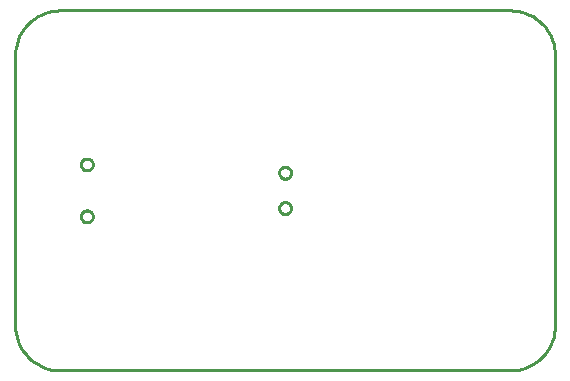
<source format=gbr>
G04 EAGLE Gerber RS-274X export*
G75*
%MOMM*%
%FSLAX34Y34*%
%LPD*%
%IN*%
%IPPOS*%
%AMOC8*
5,1,8,0,0,1.08239X$1,22.5*%
G01*
%ADD10C,0.254000*%


D10*
X0Y38100D02*
X145Y34779D01*
X579Y31484D01*
X1298Y28239D01*
X2298Y25069D01*
X3570Y21998D01*
X5104Y19050D01*
X6890Y16247D01*
X8914Y13610D01*
X11159Y11159D01*
X13610Y8914D01*
X16247Y6890D01*
X19050Y5104D01*
X21998Y3570D01*
X25069Y2298D01*
X28239Y1298D01*
X31484Y579D01*
X34779Y145D01*
X38100Y0D01*
X419100Y0D01*
X422421Y145D01*
X425716Y579D01*
X428961Y1298D01*
X432131Y2298D01*
X435202Y3570D01*
X438150Y5104D01*
X440953Y6890D01*
X443590Y8914D01*
X446041Y11159D01*
X448286Y13610D01*
X450310Y16247D01*
X452096Y19050D01*
X453630Y21998D01*
X454902Y25069D01*
X455902Y28239D01*
X456621Y31484D01*
X457055Y34779D01*
X457200Y38100D01*
X457200Y266700D01*
X457055Y270021D01*
X456621Y273316D01*
X455902Y276561D01*
X454902Y279731D01*
X453630Y282802D01*
X452096Y285750D01*
X450310Y288553D01*
X448286Y291190D01*
X446041Y293641D01*
X443590Y295886D01*
X440953Y297910D01*
X438150Y299696D01*
X435202Y301230D01*
X432131Y302502D01*
X428961Y303502D01*
X425716Y304221D01*
X422421Y304655D01*
X419100Y304800D01*
X38100Y304800D01*
X34779Y304655D01*
X31484Y304221D01*
X28239Y303502D01*
X25069Y302502D01*
X21998Y301230D01*
X19050Y299696D01*
X16247Y297910D01*
X13610Y295886D01*
X11159Y293641D01*
X8914Y291190D01*
X6890Y288553D01*
X5104Y285750D01*
X3570Y282802D01*
X2298Y279731D01*
X1298Y276561D01*
X579Y273316D01*
X145Y270021D01*
X0Y266700D01*
X0Y38100D01*
X60519Y169400D02*
X59961Y169463D01*
X59414Y169588D01*
X58884Y169773D01*
X58378Y170017D01*
X57902Y170316D01*
X57463Y170666D01*
X57066Y171063D01*
X56716Y171502D01*
X56417Y171978D01*
X56173Y172484D01*
X55988Y173014D01*
X55863Y173561D01*
X55800Y174119D01*
X55800Y174681D01*
X55863Y175239D01*
X55988Y175786D01*
X56173Y176316D01*
X56417Y176822D01*
X56716Y177298D01*
X57066Y177737D01*
X57463Y178134D01*
X57902Y178484D01*
X58378Y178783D01*
X58884Y179027D01*
X59414Y179212D01*
X59961Y179337D01*
X60519Y179400D01*
X61081Y179400D01*
X61639Y179337D01*
X62186Y179212D01*
X62716Y179027D01*
X63222Y178783D01*
X63698Y178484D01*
X64137Y178134D01*
X64534Y177737D01*
X64884Y177298D01*
X65183Y176822D01*
X65427Y176316D01*
X65612Y175786D01*
X65737Y175239D01*
X65800Y174681D01*
X65800Y174119D01*
X65737Y173561D01*
X65612Y173014D01*
X65427Y172484D01*
X65183Y171978D01*
X64884Y171502D01*
X64534Y171063D01*
X64137Y170666D01*
X63698Y170316D01*
X63222Y170017D01*
X62716Y169773D01*
X62186Y169588D01*
X61639Y169463D01*
X61081Y169400D01*
X60519Y169400D01*
X60519Y125400D02*
X59961Y125463D01*
X59414Y125588D01*
X58884Y125773D01*
X58378Y126017D01*
X57902Y126316D01*
X57463Y126666D01*
X57066Y127063D01*
X56716Y127502D01*
X56417Y127978D01*
X56173Y128484D01*
X55988Y129014D01*
X55863Y129561D01*
X55800Y130119D01*
X55800Y130681D01*
X55863Y131239D01*
X55988Y131786D01*
X56173Y132316D01*
X56417Y132822D01*
X56716Y133298D01*
X57066Y133737D01*
X57463Y134134D01*
X57902Y134484D01*
X58378Y134783D01*
X58884Y135027D01*
X59414Y135212D01*
X59961Y135337D01*
X60519Y135400D01*
X61081Y135400D01*
X61639Y135337D01*
X62186Y135212D01*
X62716Y135027D01*
X63222Y134783D01*
X63698Y134484D01*
X64137Y134134D01*
X64534Y133737D01*
X64884Y133298D01*
X65183Y132822D01*
X65427Y132316D01*
X65612Y131786D01*
X65737Y131239D01*
X65800Y130681D01*
X65800Y130119D01*
X65737Y129561D01*
X65612Y129014D01*
X65427Y128484D01*
X65183Y127978D01*
X64884Y127502D01*
X64534Y127063D01*
X64137Y126666D01*
X63698Y126316D01*
X63222Y126017D01*
X62716Y125773D01*
X62186Y125588D01*
X61639Y125463D01*
X61081Y125400D01*
X60519Y125400D01*
X228881Y172400D02*
X229439Y172337D01*
X229986Y172212D01*
X230516Y172027D01*
X231022Y171783D01*
X231498Y171484D01*
X231937Y171134D01*
X232334Y170737D01*
X232684Y170298D01*
X232983Y169822D01*
X233227Y169316D01*
X233412Y168786D01*
X233537Y168239D01*
X233600Y167681D01*
X233600Y167119D01*
X233537Y166561D01*
X233412Y166014D01*
X233227Y165484D01*
X232983Y164978D01*
X232684Y164502D01*
X232334Y164063D01*
X231937Y163666D01*
X231498Y163316D01*
X231022Y163017D01*
X230516Y162773D01*
X229986Y162588D01*
X229439Y162463D01*
X228881Y162400D01*
X228319Y162400D01*
X227761Y162463D01*
X227214Y162588D01*
X226684Y162773D01*
X226178Y163017D01*
X225702Y163316D01*
X225263Y163666D01*
X224866Y164063D01*
X224516Y164502D01*
X224217Y164978D01*
X223973Y165484D01*
X223788Y166014D01*
X223663Y166561D01*
X223600Y167119D01*
X223600Y167681D01*
X223663Y168239D01*
X223788Y168786D01*
X223973Y169316D01*
X224217Y169822D01*
X224516Y170298D01*
X224866Y170737D01*
X225263Y171134D01*
X225702Y171484D01*
X226178Y171783D01*
X226684Y172027D01*
X227214Y172212D01*
X227761Y172337D01*
X228319Y172400D01*
X228881Y172400D01*
X228881Y142400D02*
X229439Y142337D01*
X229986Y142212D01*
X230516Y142027D01*
X231022Y141783D01*
X231498Y141484D01*
X231937Y141134D01*
X232334Y140737D01*
X232684Y140298D01*
X232983Y139822D01*
X233227Y139316D01*
X233412Y138786D01*
X233537Y138239D01*
X233600Y137681D01*
X233600Y137119D01*
X233537Y136561D01*
X233412Y136014D01*
X233227Y135484D01*
X232983Y134978D01*
X232684Y134502D01*
X232334Y134063D01*
X231937Y133666D01*
X231498Y133316D01*
X231022Y133017D01*
X230516Y132773D01*
X229986Y132588D01*
X229439Y132463D01*
X228881Y132400D01*
X228319Y132400D01*
X227761Y132463D01*
X227214Y132588D01*
X226684Y132773D01*
X226178Y133017D01*
X225702Y133316D01*
X225263Y133666D01*
X224866Y134063D01*
X224516Y134502D01*
X224217Y134978D01*
X223973Y135484D01*
X223788Y136014D01*
X223663Y136561D01*
X223600Y137119D01*
X223600Y137681D01*
X223663Y138239D01*
X223788Y138786D01*
X223973Y139316D01*
X224217Y139822D01*
X224516Y140298D01*
X224866Y140737D01*
X225263Y141134D01*
X225702Y141484D01*
X226178Y141783D01*
X226684Y142027D01*
X227214Y142212D01*
X227761Y142337D01*
X228319Y142400D01*
X228881Y142400D01*
M02*

</source>
